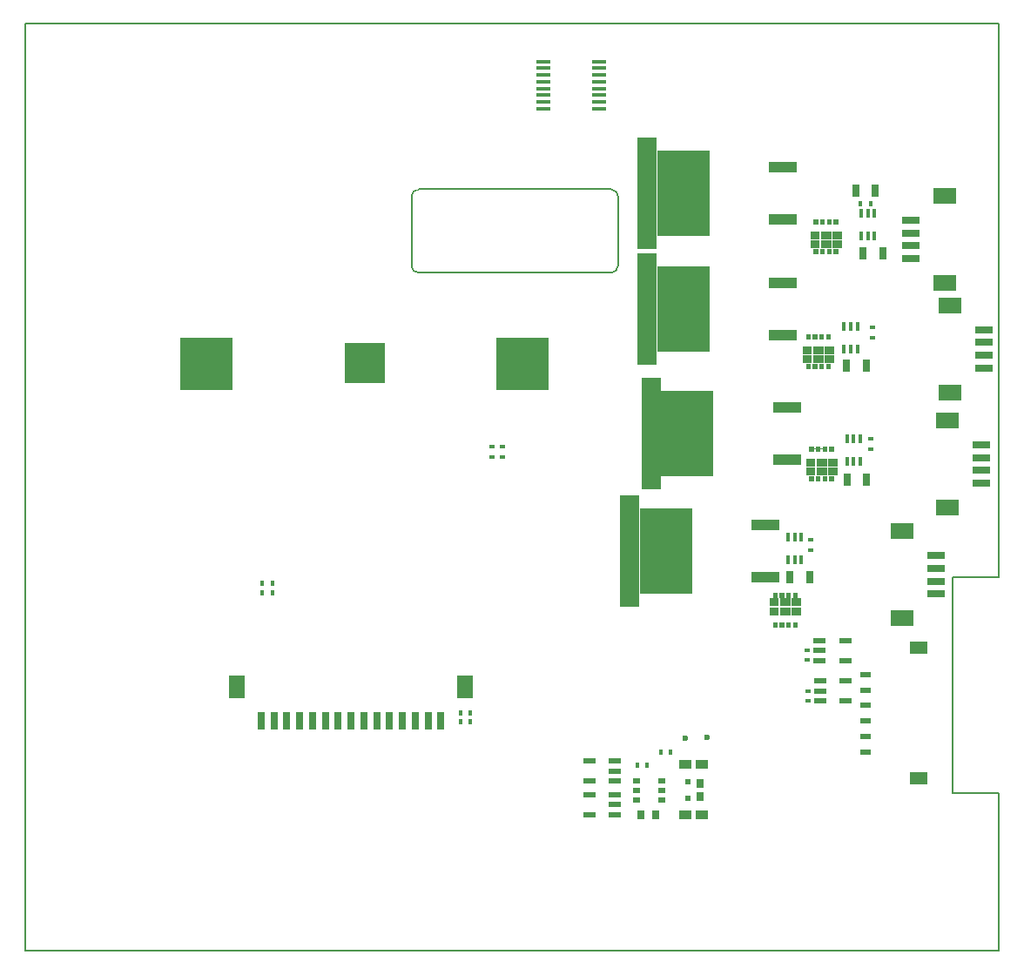
<source format=gbp>
G04*
G04 #@! TF.GenerationSoftware,Altium Limited,Altium Designer,18.1.9 (240)*
G04*
G04 Layer_Color=128*
%FSLAX44Y44*%
%MOMM*%
G71*
G01*
G75*
%ADD16C,0.1520*%
%ADD21R,0.8000X1.3000*%
%ADD24R,0.4500X0.6000*%
%ADD25R,0.4000X0.6000*%
%ADD31R,0.6000X0.4000*%
%ADD32R,0.7000X1.8000*%
%ADD33R,1.6000X2.2000*%
%ADD37C,0.6000*%
%ADD40R,0.6000X0.4500*%
%ADD50R,0.7000X1.3000*%
%ADD67R,1.8000X0.7000*%
%ADD68R,2.2000X1.6000*%
%ADD69R,1.2200X0.6000*%
%ADD161R,5.0800X5.0800*%
%ADD162R,3.9600X3.9600*%
%ADD163R,0.3500X0.8500*%
%ADD164R,2.8000X1.0500*%
%ADD165R,5.0800X8.3300*%
%ADD166R,1.9100X10.8000*%
%ADD167R,1.0000X0.6000*%
%ADD168R,1.8000X1.2500*%
%ADD170R,1.2100X0.5900*%
%ADD172R,1.4000X0.3500*%
%ADD173R,0.5500X0.5500*%
%ADD174R,0.7500X0.9000*%
%ADD175R,1.2500X0.9000*%
%ADD176R,0.8000X0.5500*%
%ADD177R,0.8000X0.9000*%
%ADD195R,1.3000X0.0600*%
G36*
X754380Y326390D02*
X745490D01*
Y334010D01*
X754380D01*
Y326390D01*
D02*
G37*
G36*
X744220D02*
X734060D01*
Y334010D01*
X744220D01*
Y326390D01*
D02*
G37*
G36*
X732790D02*
X723900D01*
Y334010D01*
X732790D01*
Y326390D01*
D02*
G37*
G36*
X751140Y314220D02*
X746640D01*
Y319320D01*
X751140D01*
Y314220D01*
D02*
G37*
G36*
X744640D02*
X740140D01*
Y319320D01*
X744640D01*
Y314220D01*
D02*
G37*
G36*
X738140D02*
X733640D01*
Y319320D01*
X738140D01*
Y314220D01*
D02*
G37*
G36*
X731640D02*
X727140D01*
Y319320D01*
X731640D01*
Y314220D01*
D02*
G37*
G36*
X751140Y343620D02*
X746640D01*
Y348720D01*
X751140D01*
Y343620D01*
D02*
G37*
G36*
X744640D02*
X740140D01*
Y348720D01*
X744640D01*
Y343620D01*
D02*
G37*
G36*
X738140D02*
X733640D01*
Y348720D01*
X738140D01*
Y343620D01*
D02*
G37*
G36*
X731640D02*
X727140D01*
Y348720D01*
X731640D01*
Y343620D01*
D02*
G37*
G36*
X754380Y335280D02*
X745490D01*
Y342900D01*
X754380D01*
Y335280D01*
D02*
G37*
G36*
X744220D02*
X734060D01*
Y342900D01*
X744220D01*
Y335280D01*
D02*
G37*
G36*
X732790D02*
X723900D01*
Y342900D01*
X732790D01*
Y335280D01*
D02*
G37*
G36*
X789666Y462280D02*
X780776D01*
Y469900D01*
X789666D01*
Y462280D01*
D02*
G37*
G36*
X779506D02*
X769346D01*
Y469900D01*
X779506D01*
Y462280D01*
D02*
G37*
G36*
X768076D02*
X759186D01*
Y469900D01*
X768076D01*
Y462280D01*
D02*
G37*
G36*
X786426Y456460D02*
X781926D01*
Y461560D01*
X786426D01*
Y456460D01*
D02*
G37*
G36*
X779926D02*
X775426D01*
Y461560D01*
X779926D01*
Y456460D01*
D02*
G37*
G36*
X773426D02*
X768926D01*
Y461560D01*
X773426D01*
Y456460D01*
D02*
G37*
G36*
X766926D02*
X762426D01*
Y461560D01*
X766926D01*
Y456460D01*
D02*
G37*
G36*
X786426Y485860D02*
X781926D01*
Y490960D01*
X786426D01*
Y485860D01*
D02*
G37*
G36*
X779926D02*
X775426D01*
Y490960D01*
X779926D01*
Y485860D01*
D02*
G37*
G36*
X773426D02*
X768926D01*
Y490960D01*
X773426D01*
Y485860D01*
D02*
G37*
G36*
X766926D02*
X762426D01*
Y490960D01*
X766926D01*
Y485860D01*
D02*
G37*
G36*
X789666Y471170D02*
X780776D01*
Y478790D01*
X789666D01*
Y471170D01*
D02*
G37*
G36*
X779506D02*
X769346D01*
Y478790D01*
X779506D01*
Y471170D01*
D02*
G37*
G36*
X768076D02*
X759186D01*
Y478790D01*
X768076D01*
Y471170D01*
D02*
G37*
G36*
X786416Y571500D02*
X777526D01*
Y579120D01*
X786416D01*
Y571500D01*
D02*
G37*
G36*
X776256D02*
X766096D01*
Y579120D01*
X776256D01*
Y571500D01*
D02*
G37*
G36*
X764826D02*
X755936D01*
Y579120D01*
X764826D01*
Y571500D01*
D02*
G37*
G36*
X783176Y565680D02*
X778676D01*
Y570780D01*
X783176D01*
Y565680D01*
D02*
G37*
G36*
X776676D02*
X772176D01*
Y570780D01*
X776676D01*
Y565680D01*
D02*
G37*
G36*
X770176D02*
X765676D01*
Y570780D01*
X770176D01*
Y565680D01*
D02*
G37*
G36*
X763676D02*
X759176D01*
Y570780D01*
X763676D01*
Y565680D01*
D02*
G37*
G36*
X783176Y595080D02*
X778676D01*
Y600180D01*
X783176D01*
Y595080D01*
D02*
G37*
G36*
X776676D02*
X772176D01*
Y600180D01*
X776676D01*
Y595080D01*
D02*
G37*
G36*
X770176D02*
X765676D01*
Y600180D01*
X770176D01*
Y595080D01*
D02*
G37*
G36*
X763676D02*
X759176D01*
Y600180D01*
X763676D01*
Y595080D01*
D02*
G37*
G36*
X786416Y580390D02*
X777526D01*
Y588010D01*
X786416D01*
Y580390D01*
D02*
G37*
G36*
X776256D02*
X766096D01*
Y588010D01*
X776256D01*
Y580390D01*
D02*
G37*
G36*
X764826D02*
X755936D01*
Y588010D01*
X764826D01*
Y580390D01*
D02*
G37*
G36*
X793915Y683260D02*
X785025D01*
Y690880D01*
X793915D01*
Y683260D01*
D02*
G37*
G36*
X783755D02*
X773595D01*
Y690880D01*
X783755D01*
Y683260D01*
D02*
G37*
G36*
X772325D02*
X763435D01*
Y690880D01*
X772325D01*
Y683260D01*
D02*
G37*
G36*
X790675Y677440D02*
X786175D01*
Y682540D01*
X790675D01*
Y677440D01*
D02*
G37*
G36*
X784175D02*
X779675D01*
Y682540D01*
X784175D01*
Y677440D01*
D02*
G37*
G36*
X777675D02*
X773175D01*
Y682540D01*
X777675D01*
Y677440D01*
D02*
G37*
G36*
X771175D02*
X766675D01*
Y682540D01*
X771175D01*
Y677440D01*
D02*
G37*
G36*
X790675Y706840D02*
X786175D01*
Y711940D01*
X790675D01*
Y706840D01*
D02*
G37*
G36*
X784175D02*
X779675D01*
Y711940D01*
X784175D01*
Y706840D01*
D02*
G37*
G36*
X777675D02*
X773175D01*
Y711940D01*
X777675D01*
Y706840D01*
D02*
G37*
G36*
X771175D02*
X766675D01*
Y711940D01*
X771175D01*
Y706840D01*
D02*
G37*
G36*
X793915Y692150D02*
X785025D01*
Y699770D01*
X793915D01*
Y692150D01*
D02*
G37*
G36*
X783755D02*
X773595D01*
Y699770D01*
X783755D01*
Y692150D01*
D02*
G37*
G36*
X772325D02*
X763435D01*
Y699770D01*
X772325D01*
Y692150D01*
D02*
G37*
D16*
X576580Y733724D02*
G03*
X569484Y740820I-7096J0D01*
G01*
X382680Y740820D02*
G03*
X375604Y733744I-0J-7076D01*
G01*
X375604Y666558D02*
G03*
X382642Y659520I7038J0D01*
G01*
X569299Y659520D02*
G03*
X576580Y666801I0J7281D01*
G01*
X382680Y740820D02*
X569484Y740820D01*
X375604Y733744D02*
X375604Y666558D01*
X382642Y659520D02*
X569299Y659520D01*
X576580Y666801D02*
X576580Y733724D01*
X946658Y363220D02*
Y901700D01*
X0D02*
X946658D01*
X0Y0D02*
Y901700D01*
Y0D02*
X946658D01*
Y153670D01*
X901700D02*
X946658D01*
X901700D02*
Y363220D01*
X946658D01*
D21*
X807637Y739140D02*
D03*
X826637D02*
D03*
D24*
X822440Y726440D02*
D03*
X812440D02*
D03*
X230428Y357964D02*
D03*
X240428D02*
D03*
X230268Y348344D02*
D03*
X240268D02*
D03*
D25*
X432364Y231140D02*
D03*
X423364D02*
D03*
Y223018D02*
D03*
X432364D02*
D03*
X618451Y193040D02*
D03*
X627452D02*
D03*
X604369Y180340D02*
D03*
X595369D02*
D03*
D31*
X761238Y243658D02*
D03*
Y252658D02*
D03*
X760730Y283303D02*
D03*
Y292303D02*
D03*
D32*
X404364Y224000D02*
D03*
X391864D02*
D03*
X366864D02*
D03*
X379364D02*
D03*
X329364D02*
D03*
X316864D02*
D03*
X341864D02*
D03*
X354364D02*
D03*
X291864D02*
D03*
X304364D02*
D03*
X241864D02*
D03*
X229364D02*
D03*
X279364D02*
D03*
X254364D02*
D03*
X266864D02*
D03*
D33*
X427864Y257000D02*
D03*
X205864D02*
D03*
D37*
X641800Y207200D02*
D03*
X663100Y208100D02*
D03*
D40*
X763539Y400144D02*
D03*
Y390144D02*
D03*
X821999Y498251D02*
D03*
Y488251D02*
D03*
X823663Y606622D02*
D03*
Y596622D02*
D03*
X454098Y490807D02*
D03*
Y480807D02*
D03*
X464258Y490807D02*
D03*
Y480807D02*
D03*
D50*
X743864Y363220D02*
D03*
X762864D02*
D03*
X799384Y458678D02*
D03*
X818384D02*
D03*
X814984Y678180D02*
D03*
X833984D02*
D03*
X798736Y568960D02*
D03*
X817736D02*
D03*
D67*
X885698Y359710D02*
D03*
Y347210D02*
D03*
Y372210D02*
D03*
Y384710D02*
D03*
X929640Y467360D02*
D03*
Y454860D02*
D03*
Y479860D02*
D03*
Y492360D02*
D03*
X932180Y579320D02*
D03*
Y566820D02*
D03*
Y591820D02*
D03*
Y604320D02*
D03*
X860806Y698300D02*
D03*
Y710800D02*
D03*
Y685800D02*
D03*
Y673300D02*
D03*
D68*
X852698Y408210D02*
D03*
Y323710D02*
D03*
X896640Y515860D02*
D03*
Y431360D02*
D03*
X899180Y627820D02*
D03*
Y543320D02*
D03*
X893806Y649800D02*
D03*
Y734300D02*
D03*
D69*
X548504Y151740D02*
D03*
Y132740D02*
D03*
X573404D02*
D03*
Y142240D02*
D03*
Y151740D02*
D03*
X548504Y184680D02*
D03*
Y165680D02*
D03*
X573404D02*
D03*
Y175180D02*
D03*
Y184680D02*
D03*
D161*
X483850Y570990D02*
D03*
X176550D02*
D03*
D162*
X330200Y571500D02*
D03*
D163*
X812904Y717120D02*
D03*
X819404D02*
D03*
X825904D02*
D03*
Y695120D02*
D03*
X819404D02*
D03*
X812904D02*
D03*
X741764Y380732D02*
D03*
X748264D02*
D03*
X754764D02*
D03*
Y402732D02*
D03*
X748264D02*
D03*
X741764D02*
D03*
X799084Y476331D02*
D03*
X805584D02*
D03*
X812084D02*
D03*
Y498331D02*
D03*
X805584D02*
D03*
X799084D02*
D03*
X796296Y585210D02*
D03*
X802796D02*
D03*
X809296D02*
D03*
Y607210D02*
D03*
X802796D02*
D03*
X796296D02*
D03*
D164*
X720152Y414020D02*
D03*
Y363220D02*
D03*
X737104Y711200D02*
D03*
Y762000D02*
D03*
Y599368D02*
D03*
Y650168D02*
D03*
X740664Y477709D02*
D03*
Y528509D02*
D03*
D165*
X622952Y388620D02*
D03*
X639904Y736600D02*
D03*
Y624768D02*
D03*
X643464Y503109D02*
D03*
D166*
X588002Y388620D02*
D03*
X604954Y736600D02*
D03*
Y624768D02*
D03*
X608514Y503109D02*
D03*
D167*
X816872Y268760D02*
D03*
Y253760D02*
D03*
Y238760D02*
D03*
Y223760D02*
D03*
Y193760D02*
D03*
Y208760D02*
D03*
D168*
X868772Y294810D02*
D03*
Y167710D02*
D03*
D170*
X797788Y243460D02*
D03*
Y262460D02*
D03*
X772688D02*
D03*
Y252960D02*
D03*
Y243460D02*
D03*
X797468Y282620D02*
D03*
Y301620D02*
D03*
X772368D02*
D03*
Y292120D02*
D03*
Y282620D02*
D03*
D172*
X557744Y864983D02*
D03*
Y858483D02*
D03*
Y851983D02*
D03*
Y845483D02*
D03*
Y838983D02*
D03*
Y832483D02*
D03*
Y825983D02*
D03*
Y819483D02*
D03*
X503744Y864983D02*
D03*
Y858483D02*
D03*
Y851983D02*
D03*
Y845483D02*
D03*
Y838983D02*
D03*
Y832483D02*
D03*
Y825983D02*
D03*
Y819483D02*
D03*
D173*
X644001Y164630D02*
D03*
Y148630D02*
D03*
D174*
X656002Y162880D02*
D03*
Y150380D02*
D03*
D175*
X641751Y181180D02*
D03*
X658251D02*
D03*
X641751Y132080D02*
D03*
X658251D02*
D03*
D176*
X618781Y156108D02*
D03*
Y165608D02*
D03*
Y146608D02*
D03*
X594781D02*
D03*
Y165608D02*
D03*
Y156108D02*
D03*
D177*
X613044Y132080D02*
D03*
X599044D02*
D03*
D195*
X771176Y488410D02*
D03*
M02*

</source>
